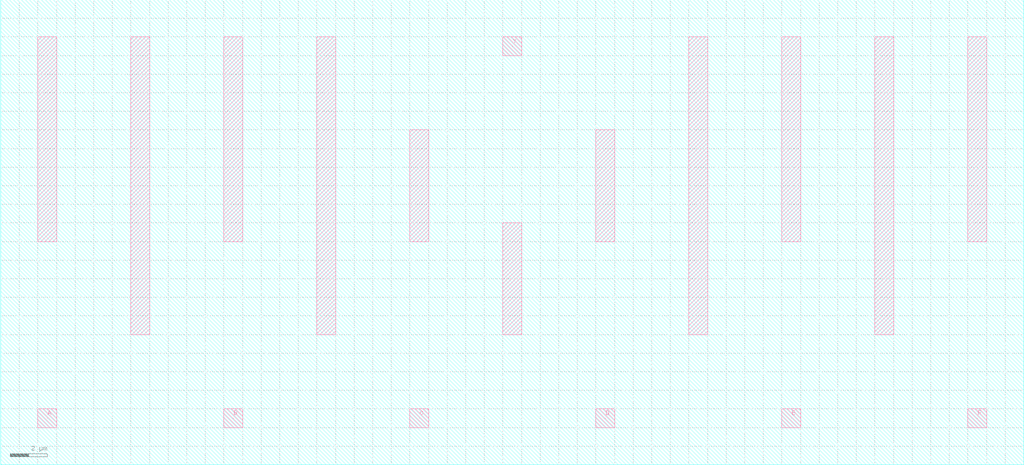
<source format=lef>
VERSION 5.6 ;
BUSBITCHARS "[]" ;
DIVIDERCHAR "/" ;

UNITS
    DATABASE MICRONS 1 ;
END UNITS

MANUFACTURINGGRID 5 ;
PROPERTYDEFINITIONS
    LAYER LEF57_SPACING STRING ;
    LAYER LEF57_MINSTEP STRING ;
END PROPERTYDEFINITIONS

LAYER M1
    TYPE ROUTING ;
    DIRECTION HORIZONTAL ;
    PITCH 5 ;
    WIDTH 1 ;
    SPACING 8.07 ;
    AREA 8.07 ; # 1xmin_space wire is minarea (signifying a dot - needed for vias)

    PROPERTY LEF57_SPACING "SPACING 8.07 ENDOFLINE 5 WITHIN 5 PARALLELEDGE 5 WITHIN 5 ;" ;
END M1

LAYER M2
    TYPE ROUTING ;
    DIRECTION VERTICAL ;
    PITCH 5 ;
    WIDTH 1 ;
    SPACING 8.07 ;
    AREA 8.07 ; # 1xmin_space wire is minarea (signifying a dot - needed for vias)

    PROPERTY LEF57_SPACING "SPACING 8.07 ENDOFLINE 5 WITHIN 5 PARALLELEDGE 5 WITHIN 5 ;" ;
END M2

LAYER M3
    TYPE ROUTING ;
    DIRECTION HORIZONTAL ;
    PITCH 5 ;
    WIDTH 1 ;
    SPACING 8.07 ;
    AREA 8.07 ; # 1xmin_space wire is minarea (signifying a dot - needed for vias)

    PROPERTY LEF57_SPACING "SPACING 8.07 ENDOFLINE 5 WITHIN 5 PARALLELEDGE 5 WITHIN 5 ;" ;
END M3

LAYER M4
    TYPE ROUTING ;
    DIRECTION VERTICAL ;
    PITCH 5 ;
    WIDTH 1 ;
    SPACING 8.07 ;
    AREA 8.07 ; # 1xmin_space wire is minarea (signifying a dot - needed for vias)

    PROPERTY LEF57_SPACING "SPACING 8.07 ENDOFLINE 5 WITHIN 5 PARALLELEDGE 5 WITHIN 5 ;" ;
END M4

LAYER M5
    TYPE ROUTING ;
    DIRECTION HORIZONTAL ;
    PITCH 5 ;
    WIDTH 1 ;
    SPACING 8.07 ;
    AREA 8.07 ; # 1xmin_space wire is minarea (signifying a dot - needed for vias)

    PROPERTY LEF57_SPACING "SPACING 8.07 ENDOFLINE 5 WITHIN 5 PARALLELEDGE 5 WITHIN 5 ;" ;
END M5

LAYER M6
    TYPE ROUTING ;
    DIRECTION VERTICAL ;
    PITCH 5 ;
    WIDTH 1 ;
    SPACING 8.07 ;
    AREA 8.07 ; # 1xmin_space wire is minarea (signifying a dot - needed for vias)

    PROPERTY LEF57_SPACING "SPACING 8.07 ENDOFLINE 5 WITHIN 5 PARALLELEDGE 5 WITHIN 5 ;" ;
END M6

LAYER M7
    TYPE ROUTING ;
    DIRECTION HORIZONTAL ;
    PITCH 5 ;
    WIDTH 1 ;
    SPACING 8.07 ;
    AREA 8.07 ; # 1xmin_space wire is minarea (signifying a dot - needed for vias)

    PROPERTY LEF57_SPACING "SPACING 8.07 ENDOFLINE 5 WITHIN 5 PARALLELEDGE 5 WITHIN 5 ;" ;
END M7

LAYER M8
    TYPE ROUTING ;
    DIRECTION VERTICAL ;
    PITCH 5 ;
    WIDTH 1 ;
    SPACING 8.07 ;
    AREA 8.07 ; # 1xmin_space wire is minarea (signifying a dot - needed for vias)

    PROPERTY LEF57_SPACING "SPACING 8.07 ENDOFLINE 5 WITHIN 5 PARALLELEDGE 5 WITHIN 5 ;" ;
END M8

LAYER M9
    TYPE ROUTING ;
    DIRECTION HORIZONTAL ;
    PITCH 5 ;
    WIDTH 1 ;
    SPACING 8.07 ;
    AREA 8.07 ; # 1xmin_space wire is minarea (signifying a dot - needed for vias)

    PROPERTY LEF57_SPACING "SPACING 8.07 ENDOFLINE 5 WITHIN 5 PARALLELEDGE 5 WITHIN 5 ;" ;
END M9

LAYER VIA1
    TYPE CUT ;
    SPACING 8.07 ;
    PROPERTY LEF57_SPACING "SPACING 8.07 PARALLELOVERLAP ;" ;
END VIA1

LAYER VIA2
    TYPE CUT ;
    SPACING 8.07 ;
    PROPERTY LEF57_SPACING "SPACING 8.07 PARALLELOVERLAP ;" ;
END VIA2

LAYER VIA3
    TYPE CUT ;
    SPACING 8.07 ;
    PROPERTY LEF57_SPACING "SPACING 8.07 PARALLELOVERLAP ;" ;
END VIA3

LAYER VIA4
    TYPE CUT ;
    SPACING 8.07 ;
    PROPERTY LEF57_SPACING "SPACING 8.07 PARALLELOVERLAP ;" ;
END VIA4

LAYER VIA5
    TYPE CUT ;
    SPACING 8.07 ;
    PROPERTY LEF57_SPACING "SPACING 8.07 PARALLELOVERLAP ;" ;
END VIA5

LAYER VIA6
    TYPE CUT ;
    SPACING 8.07 ;
    PROPERTY LEF57_SPACING "SPACING 8.07 PARALLELOVERLAP ;" ;
END VIA6

LAYER VIA7
    TYPE CUT ;
    SPACING 8.07 ;
    PROPERTY LEF57_SPACING "SPACING 8.07 PARALLELOVERLAP ;" ;
END VIA7

LAYER VIA8
    TYPE CUT ;
    SPACING 8.07 ;
    PROPERTY LEF57_SPACING "SPACING 8.07 PARALLELOVERLAP ;" ;
END VIA8

VIA VIA12 DEFAULT
    LAYER M2 ;
        RECT -8.07 -8.07 8.07 8.07 ;
    LAYER VIA1 ;
        RECT -1 -1 1 1 ;
    LAYER M1 ;
        RECT -8.07 -8.07 8.07 8.07 ;
END VIA12

VIA VIA23 DEFAULT
    LAYER M3 ;
        RECT -8.07 -8.07 8.07 8.07 ;
    LAYER VIA2 ;
        RECT -1 -1 1 1 ;
    LAYER M2 ;
        RECT -8.07 -8.07 8.07 8.07 ;
END VIA23

VIA VIA34 DEFAULT
    LAYER M4 ;
        RECT -8.07 -8.07 8.07 8.07 ;
    LAYER VIA3 ;
        RECT -1 -1 1 1 ;
    LAYER M3 ;
        RECT -8.07 -8.07 8.07 8.07 ;
END VIA34

VIA VIA45 DEFAULT
    LAYER M5 ;
        RECT -8.07 -8.07 8.07 8.07 ;
    LAYER VIA4 ;
        RECT -1 -1 1 1 ;
    LAYER M4 ;
        RECT -8.07 -8.07 8.07 8.07 ;
END VIA45

VIA VIA56 DEFAULT
    LAYER M6 ;
        RECT -8.07 -8.07 8.07 8.07 ;
    LAYER VIA5 ;
        RECT -1 -1 1 1 ;
    LAYER M5 ;
        RECT -8.07 -8.07 8.07 8.07 ;
END VIA56

VIA VIA67 DEFAULT
    LAYER M7 ;
        RECT -8.07 -8.07 8.07 8.07 ;
    LAYER VIA6 ;
        RECT -1 -1 1 1 ;
    LAYER M6 ;
        RECT -8.07 -8.07 8.07 8.07 ;
END VIA67

VIA VIA78 DEFAULT
    LAYER M8 ;
        RECT -8.07 -8.07 8.07 8.07 ;
    LAYER VIA7 ;
        RECT -1 -1 1 1 ;
    LAYER M7 ;
        RECT -8.07 -8.07 8.07 8.07 ;
END VIA78

VIA VIA89 DEFAULT
    LAYER M9 ;
        RECT -8.07 -8.07 8.07 8.07 ;
    LAYER VIA8 ;
        RECT -1 -1 1 1 ;
    LAYER M8 ;
        RECT -8.07 -8.07 8.07 8.07 ;
END VIA89

SITE mc_site
    SIZE 1 BY 1 ;
    CLASS CORE ;
    SYMMETRY Y ;
END mc_site

MACRO INV
    CLASS CORE ;
    ORIGIN 0 0 ;
    FOREIGN INV ;
    SIZE 15 BY 15 ;
    SYMMETRY X Y ;
    SITE mc_site ;

    PIN A
        DIRECTION INPUT ;
        PORT 
        LAYER M1 ;
        RECT 7.0 2.0 8.0 3.0 ;
        END
    END A

    PIN Y
        DIRECTION OUTPUT ;
        PORT 
        LAYER M1 ;
        RECT 7.0 12.0 8.0 13.0 ;
        END
    END Y

	OBS
		LAYER M1 ;
RECT 2.0 7.0 3.0 8.0 ;
RECT 12.0 7.0 13.0 8.0 ;
	END
END INV

MACRO NAND2
    CLASS CORE ;
    ORIGIN 0 0 ;
    FOREIGN NAND2 ;
    SIZE 15 BY 15 ;
    SYMMETRY X Y ;
    SITE mc_site ;

    PIN A
        DIRECTION INPUT ;
        PORT 
        LAYER M1 ;
        RECT 2.0 2.0 3.0 3.0 ;
        END
    END A

    PIN B
        DIRECTION INPUT ;
        PORT 
        LAYER M1 ;
        RECT 12.0 2.0 13.0 3.0 ;
        END
    END B

    PIN Y
        DIRECTION OUTPUT ;
        PORT 
        LAYER M1 ;
        RECT 7.0 12.0 8.0 13.0 ;
        END
    END Y

	OBS
		LAYER M1 ;
	END
END NAND2

MACRO OR2
    CLASS CORE ;
    ORIGIN 0 0 ;
    FOREIGN OR2 ;
    SIZE 15 BY 15 ;
    SYMMETRY X Y ;
    SITE mc_site ;

    PIN A
        DIRECTION INPUT ;
        PORT 
        LAYER M1 ;
        RECT 2.0 2.0 3.0 3.0 ;
        END
    END A

    PIN B
        DIRECTION INPUT ;
        PORT 
        LAYER M1 ;
        RECT 12.0 2.0 13.0 3.0 ;
        END
    END B

    PIN Y
        DIRECTION OUTPUT ;
        PORT 
        LAYER M1 ;
        RECT 7.0 12.0 8.0 13.0 ;
        END
    END Y

	OBS
		LAYER M1 ;
	END
END OR2

MACRO OR2_1
    CLASS CORE ;
    ORIGIN 0 0 ;
    FOREIGN OR2_1 ;
    SIZE 15 BY 25 ;
    SYMMETRY X Y ;
    SITE mc_site ;

    PIN A
        DIRECTION INPUT ;
        PORT 
        LAYER M1 ;
        RECT 2.0 2.0 3.0 3.0 ;
        END
    END A

    PIN B
        DIRECTION INPUT ;
        PORT 
        LAYER M1 ;
        RECT 12.0 2.0 13.0 3.0 ;
        END
    END B

    PIN Y
        DIRECTION OUTPUT ;
        PORT 
        LAYER M1 ;
        RECT 2.0 22.0 3.0 23.0 ;
        END
    END Y

	OBS
		LAYER M1 ;
RECT 2.0 12.0 3.0 13.0 ;
RECT 7.0 7.0 8.0 18.0 ;
RECT 12.0 12.0 13.0 23.0 ;
	END
END OR2_1

MACRO NOR2_0
    CLASS CORE ;
    ORIGIN 0 0 ;
    FOREIGN NOR2_0 ;
    SIZE 15 BY 25 ;
    SYMMETRY X Y ;
    SITE mc_site ;

    PIN A
        DIRECTION INPUT ;
        PORT 
        LAYER M1 ;
        RECT 2.0 2.0 3.0 3.0 ;
        END
    END A

    PIN B
        DIRECTION INPUT ;
        PORT 
        LAYER M1 ;
        RECT 12.0 2.0 13.0 3.0 ;
        END
    END B

    PIN Y
        DIRECTION OUTPUT ;
        PORT 
        LAYER M1 ;
        RECT 7.0 22.0 8.0 23.0 ;
        END
    END Y

	OBS
		LAYER M1 ;
RECT 2.0 12.0 3.0 18.0 ;
RECT 7.0 7.0 8.0 13.0 ;
RECT 12.0 12.0 13.0 18.0 ;
	END
END NOR2_0

MACRO NOR2_1
    CLASS CORE ;
    ORIGIN 0 0 ;
    FOREIGN NOR2_1 ;
    SIZE 15 BY 25 ;
    SYMMETRY X Y ;
    SITE mc_site ;

    PIN A
        DIRECTION INPUT ;
        PORT 
        LAYER M1 ;
        RECT 2.0 2.0 3.0 3.0 ;
        END
    END A

    PIN B
        DIRECTION INPUT ;
        PORT 
        LAYER M1 ;
        RECT 12.0 2.0 13.0 3.0 ;
        END
    END B

    PIN Y
        DIRECTION OUTPUT ;
        PORT 
        LAYER M1 ;
        RECT 7.0 22.0 8.0 23.0 ;
        END
    END Y

	OBS
		LAYER M1 ;
RECT 2.0 12.0 3.0 18.0 ;
RECT 7.0 7.0 8.0 13.0 ;
RECT 12.0 12.0 13.0 18.0 ;
	END
END NOR2_1

MACRO OR3
    CLASS CORE ;
    ORIGIN 0 0 ;
    FOREIGN OR3 ;
    SIZE 25 BY 15 ;
    SYMMETRY X Y ;
    SITE mc_site ;

    PIN A
        DIRECTION INPUT ;
        PORT 
        LAYER M1 ;
        RECT 2.0 2.0 3.0 3.0 ;
        END
    END A

    PIN B
        DIRECTION INPUT ;
        PORT 
        LAYER M1 ;
        RECT 12.0 2.0 13.0 3.0 ;
        END
    END B

    PIN C
        DIRECTION INPUT ;
        PORT 
        LAYER M1 ;
        RECT 22.0 2.0 23.0 3.0 ;
        END
    END C

    PIN Y
        DIRECTION OUTPUT ;
        PORT 
        LAYER M1 ;
        RECT 7.0 12.0 8.0 13.0 ;
        END
    END Y

	OBS
		LAYER M1 ;
RECT 17.0 7.0 18.0 13.0 ;
RECT 22.0 12.0 23.0 13.0 ;
	END
END OR3

MACRO OR3_1
    CLASS CORE ;
    ORIGIN 0 0 ;
    FOREIGN OR3_1 ;
    SIZE 25 BY 25 ;
    SYMMETRY X Y ;
    SITE mc_site ;

    PIN A
        DIRECTION INPUT ;
        PORT 
        LAYER M1 ;
        RECT 2.0 2.0 3.0 3.0 ;
        END
    END A

    PIN B
        DIRECTION INPUT ;
        PORT 
        LAYER M1 ;
        RECT 12.0 2.0 13.0 3.0 ;
        END
    END B

    PIN C
        DIRECTION INPUT ;
        PORT 
        LAYER M1 ;
        RECT 22.0 2.0 23.0 3.0 ;
        END
    END C

    PIN Y
        DIRECTION OUTPUT ;
        PORT 
        LAYER M1 ;
        RECT 2.0 22.0 3.0 23.0 ;
        END
    END Y

	OBS
		LAYER M1 ;
RECT 2.0 12.0 3.0 13.0 ;
RECT 7.0 7.0 8.0 18.0 ;
RECT 12.0 12.0 13.0 23.0 ;
RECT 17.0 7.0 18.0 23.0 ;
RECT 22.0 12.0 23.0 23.0 ;
	END
END OR3_1

MACRO OR3_2
    CLASS CORE ;
    ORIGIN 0 0 ;
    FOREIGN OR3_2 ;
    SIZE 25 BY 25 ;
    SYMMETRY X Y ;
    SITE mc_site ;

    PIN A
        DIRECTION INPUT ;
        PORT 
        LAYER M1 ;
        RECT 2.0 2.0 3.0 3.0 ;
        END
    END A

    PIN B
        DIRECTION INPUT ;
        PORT 
        LAYER M1 ;
        RECT 12.0 2.0 13.0 3.0 ;
        END
    END B

    PIN C
        DIRECTION INPUT ;
        PORT 
        LAYER M1 ;
        RECT 22.0 2.0 23.0 3.0 ;
        END
    END C

    PIN Y
        DIRECTION OUTPUT ;
        PORT 
        LAYER M1 ;
        RECT 2.0 22.0 3.0 23.0 ;
        END
    END Y

	OBS
		LAYER M1 ;
RECT 2.0 12.0 3.0 13.0 ;
RECT 7.0 7.0 8.0 18.0 ;
RECT 12.0 12.0 13.0 23.0 ;
RECT 17.0 7.0 18.0 23.0 ;
RECT 22.0 12.0 23.0 23.0 ;
	END
END OR3_2

MACRO NOR3_0
    CLASS CORE ;
    ORIGIN 0 0 ;
    FOREIGN NOR3_0 ;
    SIZE 25 BY 25 ;
    SYMMETRY X Y ;
    SITE mc_site ;

    PIN A
        DIRECTION INPUT ;
        PORT 
        LAYER M1 ;
        RECT 2.0 2.0 3.0 3.0 ;
        END
    END A

    PIN B
        DIRECTION INPUT ;
        PORT 
        LAYER M1 ;
        RECT 12.0 2.0 13.0 3.0 ;
        END
    END B

    PIN C
        DIRECTION INPUT ;
        PORT 
        LAYER M1 ;
        RECT 22.0 2.0 23.0 3.0 ;
        END
    END C

    PIN Y
        DIRECTION OUTPUT ;
        PORT 
        LAYER M1 ;
        RECT 7.0 22.0 8.0 23.0 ;
        END
    END Y

	OBS
		LAYER M1 ;
RECT 2.0 12.0 3.0 18.0 ;
RECT 7.0 7.0 8.0 13.0 ;
RECT 12.0 12.0 13.0 18.0 ;
RECT 17.0 7.0 18.0 23.0 ;
RECT 22.0 12.0 23.0 23.0 ;
	END
END NOR3_0

MACRO NOR3_1
    CLASS CORE ;
    ORIGIN 0 0 ;
    FOREIGN NOR3_1 ;
    SIZE 25 BY 25 ;
    SYMMETRY X Y ;
    SITE mc_site ;

    PIN A
        DIRECTION INPUT ;
        PORT 
        LAYER M1 ;
        RECT 2.0 2.0 3.0 3.0 ;
        END
    END A

    PIN B
        DIRECTION INPUT ;
        PORT 
        LAYER M1 ;
        RECT 12.0 2.0 13.0 3.0 ;
        END
    END B

    PIN C
        DIRECTION INPUT ;
        PORT 
        LAYER M1 ;
        RECT 22.0 2.0 23.0 3.0 ;
        END
    END C

    PIN Y
        DIRECTION OUTPUT ;
        PORT 
        LAYER M1 ;
        RECT 7.0 22.0 8.0 23.0 ;
        END
    END Y

	OBS
		LAYER M1 ;
RECT 2.0 12.0 3.0 18.0 ;
RECT 7.0 7.0 8.0 13.0 ;
RECT 12.0 12.0 13.0 18.0 ;
RECT 17.0 7.0 18.0 23.0 ;
RECT 22.0 12.0 23.0 23.0 ;
	END
END NOR3_1

MACRO NOR3_2
    CLASS CORE ;
    ORIGIN 0 0 ;
    FOREIGN NOR3_2 ;
    SIZE 25 BY 25 ;
    SYMMETRY X Y ;
    SITE mc_site ;

    PIN A
        DIRECTION INPUT ;
        PORT 
        LAYER M1 ;
        RECT 2.0 2.0 3.0 3.0 ;
        END
    END A

    PIN B
        DIRECTION INPUT ;
        PORT 
        LAYER M1 ;
        RECT 12.0 2.0 13.0 3.0 ;
        END
    END B

    PIN C
        DIRECTION INPUT ;
        PORT 
        LAYER M1 ;
        RECT 22.0 2.0 23.0 3.0 ;
        END
    END C

    PIN Y
        DIRECTION OUTPUT ;
        PORT 
        LAYER M1 ;
        RECT 7.0 22.0 8.0 23.0 ;
        END
    END Y

	OBS
		LAYER M1 ;
RECT 2.0 12.0 3.0 18.0 ;
RECT 7.0 7.0 8.0 13.0 ;
RECT 12.0 12.0 13.0 18.0 ;
RECT 17.0 7.0 18.0 23.0 ;
RECT 22.0 12.0 23.0 23.0 ;
	END
END NOR3_2

MACRO OR4
    CLASS CORE ;
    ORIGIN 0 0 ;
    FOREIGN OR4 ;
    SIZE 35 BY 15 ;
    SYMMETRY X Y ;
    SITE mc_site ;

    PIN A
        DIRECTION INPUT ;
        PORT 
        LAYER M1 ;
        RECT 2.0 2.0 3.0 3.0 ;
        END
    END A

    PIN B
        DIRECTION INPUT ;
        PORT 
        LAYER M1 ;
        RECT 12.0 2.0 13.0 3.0 ;
        END
    END B

    PIN C
        DIRECTION INPUT ;
        PORT 
        LAYER M1 ;
        RECT 22.0 2.0 23.0 3.0 ;
        END
    END C

    PIN D
        DIRECTION INPUT ;
        PORT 
        LAYER M1 ;
        RECT 32.0 2.0 33.0 3.0 ;
        END
    END D

    PIN Y
        DIRECTION OUTPUT ;
        PORT 
        LAYER M1 ;
        RECT 7.0 12.0 8.0 13.0 ;
        END
    END Y

	OBS
		LAYER M1 ;
RECT 17.0 7.0 18.0 13.0 ;
RECT 22.0 12.0 23.0 13.0 ;
RECT 27.0 7.0 28.0 13.0 ;
RECT 32.0 12.0 33.0 13.0 ;
	END
END OR4

MACRO OR4_1
    CLASS CORE ;
    ORIGIN 0 0 ;
    FOREIGN OR4_1 ;
    SIZE 35 BY 25 ;
    SYMMETRY X Y ;
    SITE mc_site ;

    PIN A
        DIRECTION INPUT ;
        PORT 
        LAYER M1 ;
        RECT 2.0 2.0 3.0 3.0 ;
        END
    END A

    PIN B
        DIRECTION INPUT ;
        PORT 
        LAYER M1 ;
        RECT 12.0 2.0 13.0 3.0 ;
        END
    END B

    PIN C
        DIRECTION INPUT ;
        PORT 
        LAYER M1 ;
        RECT 22.0 2.0 23.0 3.0 ;
        END
    END C

    PIN D
        DIRECTION INPUT ;
        PORT 
        LAYER M1 ;
        RECT 32.0 2.0 33.0 3.0 ;
        END
    END D

    PIN Y
        DIRECTION OUTPUT ;
        PORT 
        LAYER M1 ;
        RECT 2.0 22.0 3.0 23.0 ;
        END
    END Y

	OBS
		LAYER M1 ;
RECT 2.0 12.0 3.0 13.0 ;
RECT 7.0 7.0 8.0 18.0 ;
RECT 12.0 12.0 13.0 23.0 ;
RECT 17.0 7.0 18.0 23.0 ;
RECT 22.0 12.0 23.0 23.0 ;
RECT 27.0 7.0 28.0 23.0 ;
RECT 32.0 12.0 33.0 23.0 ;
	END
END OR4_1

MACRO OR4_2
    CLASS CORE ;
    ORIGIN 0 0 ;
    FOREIGN OR4_2 ;
    SIZE 35 BY 25 ;
    SYMMETRY X Y ;
    SITE mc_site ;

    PIN A
        DIRECTION INPUT ;
        PORT 
        LAYER M1 ;
        RECT 2.0 2.0 3.0 3.0 ;
        END
    END A

    PIN B
        DIRECTION INPUT ;
        PORT 
        LAYER M1 ;
        RECT 12.0 2.0 13.0 3.0 ;
        END
    END B

    PIN C
        DIRECTION INPUT ;
        PORT 
        LAYER M1 ;
        RECT 22.0 2.0 23.0 3.0 ;
        END
    END C

    PIN D
        DIRECTION INPUT ;
        PORT 
        LAYER M1 ;
        RECT 32.0 2.0 33.0 3.0 ;
        END
    END D

    PIN Y
        DIRECTION OUTPUT ;
        PORT 
        LAYER M1 ;
        RECT 2.0 22.0 3.0 23.0 ;
        END
    END Y

	OBS
		LAYER M1 ;
RECT 2.0 12.0 3.0 13.0 ;
RECT 7.0 7.0 8.0 18.0 ;
RECT 12.0 12.0 13.0 23.0 ;
RECT 17.0 7.0 18.0 23.0 ;
RECT 22.0 12.0 23.0 23.0 ;
RECT 27.0 7.0 28.0 23.0 ;
RECT 32.0 12.0 33.0 23.0 ;
	END
END OR4_2

MACRO OR4_3
    CLASS CORE ;
    ORIGIN 0 0 ;
    FOREIGN OR4_3 ;
    SIZE 35 BY 25 ;
    SYMMETRY X Y ;
    SITE mc_site ;

    PIN A
        DIRECTION INPUT ;
        PORT 
        LAYER M1 ;
        RECT 2.0 2.0 3.0 3.0 ;
        END
    END A

    PIN B
        DIRECTION INPUT ;
        PORT 
        LAYER M1 ;
        RECT 12.0 2.0 13.0 3.0 ;
        END
    END B

    PIN C
        DIRECTION INPUT ;
        PORT 
        LAYER M1 ;
        RECT 22.0 2.0 23.0 3.0 ;
        END
    END C

    PIN D
        DIRECTION INPUT ;
        PORT 
        LAYER M1 ;
        RECT 32.0 2.0 33.0 3.0 ;
        END
    END D

    PIN Y
        DIRECTION OUTPUT ;
        PORT 
        LAYER M1 ;
        RECT 2.0 22.0 3.0 23.0 ;
        END
    END Y

	OBS
		LAYER M1 ;
RECT 2.0 12.0 3.0 13.0 ;
RECT 7.0 7.0 8.0 18.0 ;
RECT 12.0 12.0 13.0 23.0 ;
RECT 17.0 7.0 18.0 23.0 ;
RECT 22.0 12.0 23.0 23.0 ;
RECT 27.0 7.0 28.0 23.0 ;
RECT 32.0 12.0 33.0 23.0 ;
	END
END OR4_3

MACRO NOR4_0
    CLASS CORE ;
    ORIGIN 0 0 ;
    FOREIGN NOR4_0 ;
    SIZE 35 BY 25 ;
    SYMMETRY X Y ;
    SITE mc_site ;

    PIN A
        DIRECTION INPUT ;
        PORT 
        LAYER M1 ;
        RECT 2.0 2.0 3.0 3.0 ;
        END
    END A

    PIN B
        DIRECTION INPUT ;
        PORT 
        LAYER M1 ;
        RECT 12.0 2.0 13.0 3.0 ;
        END
    END B

    PIN C
        DIRECTION INPUT ;
        PORT 
        LAYER M1 ;
        RECT 22.0 2.0 23.0 3.0 ;
        END
    END C

    PIN D
        DIRECTION INPUT ;
        PORT 
        LAYER M1 ;
        RECT 32.0 2.0 33.0 3.0 ;
        END
    END D

    PIN Y
        DIRECTION OUTPUT ;
        PORT 
        LAYER M1 ;
        RECT 17.0 22.0 18.0 23.0 ;
        END
    END Y

	OBS
		LAYER M1 ;
RECT 2.0 12.0 3.0 23.0 ;
RECT 7.0 7.0 8.0 23.0 ;
RECT 12.0 12.0 13.0 18.0 ;
RECT 17.0 7.0 18.0 13.0 ;
RECT 22.0 12.0 23.0 18.0 ;
RECT 27.0 7.0 28.0 23.0 ;
RECT 32.0 12.0 33.0 23.0 ;
	END
END NOR4_0

MACRO NOR4_1
    CLASS CORE ;
    ORIGIN 0 0 ;
    FOREIGN NOR4_1 ;
    SIZE 35 BY 25 ;
    SYMMETRY X Y ;
    SITE mc_site ;

    PIN A
        DIRECTION INPUT ;
        PORT 
        LAYER M1 ;
        RECT 2.0 2.0 3.0 3.0 ;
        END
    END A

    PIN B
        DIRECTION INPUT ;
        PORT 
        LAYER M1 ;
        RECT 12.0 2.0 13.0 3.0 ;
        END
    END B

    PIN C
        DIRECTION INPUT ;
        PORT 
        LAYER M1 ;
        RECT 22.0 2.0 23.0 3.0 ;
        END
    END C

    PIN D
        DIRECTION INPUT ;
        PORT 
        LAYER M1 ;
        RECT 32.0 2.0 33.0 3.0 ;
        END
    END D

    PIN Y
        DIRECTION OUTPUT ;
        PORT 
        LAYER M1 ;
        RECT 17.0 22.0 18.0 23.0 ;
        END
    END Y

	OBS
		LAYER M1 ;
RECT 2.0 12.0 3.0 23.0 ;
RECT 7.0 7.0 8.0 23.0 ;
RECT 12.0 12.0 13.0 18.0 ;
RECT 17.0 7.0 18.0 13.0 ;
RECT 22.0 12.0 23.0 18.0 ;
RECT 27.0 7.0 28.0 23.0 ;
RECT 32.0 12.0 33.0 23.0 ;
	END
END NOR4_1

MACRO NOR4_2
    CLASS CORE ;
    ORIGIN 0 0 ;
    FOREIGN NOR4_2 ;
    SIZE 35 BY 25 ;
    SYMMETRY X Y ;
    SITE mc_site ;

    PIN A
        DIRECTION INPUT ;
        PORT 
        LAYER M1 ;
        RECT 2.0 2.0 3.0 3.0 ;
        END
    END A

    PIN B
        DIRECTION INPUT ;
        PORT 
        LAYER M1 ;
        RECT 12.0 2.0 13.0 3.0 ;
        END
    END B

    PIN C
        DIRECTION INPUT ;
        PORT 
        LAYER M1 ;
        RECT 22.0 2.0 23.0 3.0 ;
        END
    END C

    PIN D
        DIRECTION INPUT ;
        PORT 
        LAYER M1 ;
        RECT 32.0 2.0 33.0 3.0 ;
        END
    END D

    PIN Y
        DIRECTION OUTPUT ;
        PORT 
        LAYER M1 ;
        RECT 17.0 22.0 18.0 23.0 ;
        END
    END Y

	OBS
		LAYER M1 ;
RECT 2.0 12.0 3.0 23.0 ;
RECT 7.0 7.0 8.0 23.0 ;
RECT 12.0 12.0 13.0 18.0 ;
RECT 17.0 7.0 18.0 13.0 ;
RECT 22.0 12.0 23.0 18.0 ;
RECT 27.0 7.0 28.0 23.0 ;
RECT 32.0 12.0 33.0 23.0 ;
	END
END NOR4_2

MACRO NOR4_3
    CLASS CORE ;
    ORIGIN 0 0 ;
    FOREIGN NOR4_3 ;
    SIZE 35 BY 25 ;
    SYMMETRY X Y ;
    SITE mc_site ;

    PIN A
        DIRECTION INPUT ;
        PORT 
        LAYER M1 ;
        RECT 2.0 2.0 3.0 3.0 ;
        END
    END A

    PIN B
        DIRECTION INPUT ;
        PORT 
        LAYER M1 ;
        RECT 12.0 2.0 13.0 3.0 ;
        END
    END B

    PIN C
        DIRECTION INPUT ;
        PORT 
        LAYER M1 ;
        RECT 22.0 2.0 23.0 3.0 ;
        END
    END C

    PIN D
        DIRECTION INPUT ;
        PORT 
        LAYER M1 ;
        RECT 32.0 2.0 33.0 3.0 ;
        END
    END D

    PIN Y
        DIRECTION OUTPUT ;
        PORT 
        LAYER M1 ;
        RECT 17.0 22.0 18.0 23.0 ;
        END
    END Y

	OBS
		LAYER M1 ;
RECT 2.0 12.0 3.0 23.0 ;
RECT 7.0 7.0 8.0 23.0 ;
RECT 12.0 12.0 13.0 18.0 ;
RECT 17.0 7.0 18.0 13.0 ;
RECT 22.0 12.0 23.0 18.0 ;
RECT 27.0 7.0 28.0 23.0 ;
RECT 32.0 12.0 33.0 23.0 ;
	END
END NOR4_3

MACRO OR5
    CLASS CORE ;
    ORIGIN 0 0 ;
    FOREIGN OR5 ;
    SIZE 45 BY 15 ;
    SYMMETRY X Y ;
    SITE mc_site ;

    PIN A
        DIRECTION INPUT ;
        PORT 
        LAYER M1 ;
        RECT 2.0 2.0 3.0 3.0 ;
        END
    END A

    PIN B
        DIRECTION INPUT ;
        PORT 
        LAYER M1 ;
        RECT 12.0 2.0 13.0 3.0 ;
        END
    END B

    PIN C
        DIRECTION INPUT ;
        PORT 
        LAYER M1 ;
        RECT 22.0 2.0 23.0 3.0 ;
        END
    END C

    PIN D
        DIRECTION INPUT ;
        PORT 
        LAYER M1 ;
        RECT 32.0 2.0 33.0 3.0 ;
        END
    END D

    PIN E
        DIRECTION INPUT ;
        PORT 
        LAYER M1 ;
        RECT 42.0 2.0 43.0 3.0 ;
        END
    END E

    PIN Y
        DIRECTION OUTPUT ;
        PORT 
        LAYER M1 ;
        RECT 7.0 12.0 8.0 13.0 ;
        END
    END Y

	OBS
		LAYER M1 ;
RECT 17.0 7.0 18.0 13.0 ;
RECT 22.0 12.0 23.0 13.0 ;
RECT 27.0 7.0 28.0 13.0 ;
RECT 32.0 12.0 33.0 13.0 ;
RECT 37.0 7.0 38.0 13.0 ;
RECT 42.0 12.0 43.0 13.0 ;
	END
END OR5

MACRO OR5_1
    CLASS CORE ;
    ORIGIN 0 0 ;
    FOREIGN OR5_1 ;
    SIZE 45 BY 25 ;
    SYMMETRY X Y ;
    SITE mc_site ;

    PIN A
        DIRECTION INPUT ;
        PORT 
        LAYER M1 ;
        RECT 2.0 2.0 3.0 3.0 ;
        END
    END A

    PIN B
        DIRECTION INPUT ;
        PORT 
        LAYER M1 ;
        RECT 12.0 2.0 13.0 3.0 ;
        END
    END B

    PIN C
        DIRECTION INPUT ;
        PORT 
        LAYER M1 ;
        RECT 22.0 2.0 23.0 3.0 ;
        END
    END C

    PIN D
        DIRECTION INPUT ;
        PORT 
        LAYER M1 ;
        RECT 32.0 2.0 33.0 3.0 ;
        END
    END D

    PIN E
        DIRECTION INPUT ;
        PORT 
        LAYER M1 ;
        RECT 42.0 2.0 43.0 3.0 ;
        END
    END E

    PIN Y
        DIRECTION OUTPUT ;
        PORT 
        LAYER M1 ;
        RECT 2.0 22.0 3.0 23.0 ;
        END
    END Y

	OBS
		LAYER M1 ;
RECT 2.0 12.0 3.0 13.0 ;
RECT 7.0 7.0 8.0 18.0 ;
RECT 12.0 12.0 13.0 23.0 ;
RECT 17.0 7.0 18.0 23.0 ;
RECT 22.0 12.0 23.0 23.0 ;
RECT 27.0 7.0 28.0 23.0 ;
RECT 32.0 12.0 33.0 23.0 ;
RECT 37.0 7.0 38.0 23.0 ;
RECT 42.0 12.0 43.0 23.0 ;
	END
END OR5_1

MACRO OR5_2
    CLASS CORE ;
    ORIGIN 0 0 ;
    FOREIGN OR5_2 ;
    SIZE 45 BY 25 ;
    SYMMETRY X Y ;
    SITE mc_site ;

    PIN A
        DIRECTION INPUT ;
        PORT 
        LAYER M1 ;
        RECT 2.0 2.0 3.0 3.0 ;
        END
    END A

    PIN B
        DIRECTION INPUT ;
        PORT 
        LAYER M1 ;
        RECT 12.0 2.0 13.0 3.0 ;
        END
    END B

    PIN C
        DIRECTION INPUT ;
        PORT 
        LAYER M1 ;
        RECT 22.0 2.0 23.0 3.0 ;
        END
    END C

    PIN D
        DIRECTION INPUT ;
        PORT 
        LAYER M1 ;
        RECT 32.0 2.0 33.0 3.0 ;
        END
    END D

    PIN E
        DIRECTION INPUT ;
        PORT 
        LAYER M1 ;
        RECT 42.0 2.0 43.0 3.0 ;
        END
    END E

    PIN Y
        DIRECTION OUTPUT ;
        PORT 
        LAYER M1 ;
        RECT 2.0 22.0 3.0 23.0 ;
        END
    END Y

	OBS
		LAYER M1 ;
RECT 2.0 12.0 3.0 13.0 ;
RECT 7.0 7.0 8.0 18.0 ;
RECT 12.0 12.0 13.0 23.0 ;
RECT 17.0 7.0 18.0 23.0 ;
RECT 22.0 12.0 23.0 23.0 ;
RECT 27.0 7.0 28.0 23.0 ;
RECT 32.0 12.0 33.0 23.0 ;
RECT 37.0 7.0 38.0 23.0 ;
RECT 42.0 12.0 43.0 23.0 ;
	END
END OR5_2

MACRO OR5_3
    CLASS CORE ;
    ORIGIN 0 0 ;
    FOREIGN OR5_3 ;
    SIZE 45 BY 25 ;
    SYMMETRY X Y ;
    SITE mc_site ;

    PIN A
        DIRECTION INPUT ;
        PORT 
        LAYER M1 ;
        RECT 2.0 2.0 3.0 3.0 ;
        END
    END A

    PIN B
        DIRECTION INPUT ;
        PORT 
        LAYER M1 ;
        RECT 12.0 2.0 13.0 3.0 ;
        END
    END B

    PIN C
        DIRECTION INPUT ;
        PORT 
        LAYER M1 ;
        RECT 22.0 2.0 23.0 3.0 ;
        END
    END C

    PIN D
        DIRECTION INPUT ;
        PORT 
        LAYER M1 ;
        RECT 32.0 2.0 33.0 3.0 ;
        END
    END D

    PIN E
        DIRECTION INPUT ;
        PORT 
        LAYER M1 ;
        RECT 42.0 2.0 43.0 3.0 ;
        END
    END E

    PIN Y
        DIRECTION OUTPUT ;
        PORT 
        LAYER M1 ;
        RECT 2.0 22.0 3.0 23.0 ;
        END
    END Y

	OBS
		LAYER M1 ;
RECT 2.0 12.0 3.0 13.0 ;
RECT 7.0 7.0 8.0 18.0 ;
RECT 12.0 12.0 13.0 23.0 ;
RECT 17.0 7.0 18.0 23.0 ;
RECT 22.0 12.0 23.0 23.0 ;
RECT 27.0 7.0 28.0 23.0 ;
RECT 32.0 12.0 33.0 23.0 ;
RECT 37.0 7.0 38.0 23.0 ;
RECT 42.0 12.0 43.0 23.0 ;
	END
END OR5_3

MACRO OR5_4
    CLASS CORE ;
    ORIGIN 0 0 ;
    FOREIGN OR5_4 ;
    SIZE 45 BY 25 ;
    SYMMETRY X Y ;
    SITE mc_site ;

    PIN A
        DIRECTION INPUT ;
        PORT 
        LAYER M1 ;
        RECT 2.0 2.0 3.0 3.0 ;
        END
    END A

    PIN B
        DIRECTION INPUT ;
        PORT 
        LAYER M1 ;
        RECT 12.0 2.0 13.0 3.0 ;
        END
    END B

    PIN C
        DIRECTION INPUT ;
        PORT 
        LAYER M1 ;
        RECT 22.0 2.0 23.0 3.0 ;
        END
    END C

    PIN D
        DIRECTION INPUT ;
        PORT 
        LAYER M1 ;
        RECT 32.0 2.0 33.0 3.0 ;
        END
    END D

    PIN E
        DIRECTION INPUT ;
        PORT 
        LAYER M1 ;
        RECT 42.0 2.0 43.0 3.0 ;
        END
    END E

    PIN Y
        DIRECTION OUTPUT ;
        PORT 
        LAYER M1 ;
        RECT 2.0 22.0 3.0 23.0 ;
        END
    END Y

	OBS
		LAYER M1 ;
RECT 2.0 12.0 3.0 13.0 ;
RECT 7.0 7.0 8.0 18.0 ;
RECT 12.0 12.0 13.0 23.0 ;
RECT 17.0 7.0 18.0 23.0 ;
RECT 22.0 12.0 23.0 23.0 ;
RECT 27.0 7.0 28.0 23.0 ;
RECT 32.0 12.0 33.0 23.0 ;
RECT 37.0 7.0 38.0 23.0 ;
RECT 42.0 12.0 43.0 23.0 ;
	END
END OR5_4

MACRO NOR5_0
    CLASS CORE ;
    ORIGIN 0 0 ;
    FOREIGN NOR5_0 ;
    SIZE 45 BY 25 ;
    SYMMETRY X Y ;
    SITE mc_site ;

    PIN A
        DIRECTION INPUT ;
        PORT 
        LAYER M1 ;
        RECT 2.0 2.0 3.0 3.0 ;
        END
    END A

    PIN B
        DIRECTION INPUT ;
        PORT 
        LAYER M1 ;
        RECT 12.0 2.0 13.0 3.0 ;
        END
    END B

    PIN C
        DIRECTION INPUT ;
        PORT 
        LAYER M1 ;
        RECT 22.0 2.0 23.0 3.0 ;
        END
    END C

    PIN D
        DIRECTION INPUT ;
        PORT 
        LAYER M1 ;
        RECT 32.0 2.0 33.0 3.0 ;
        END
    END D

    PIN E
        DIRECTION INPUT ;
        PORT 
        LAYER M1 ;
        RECT 42.0 2.0 43.0 3.0 ;
        END
    END E

    PIN Y
        DIRECTION OUTPUT ;
        PORT 
        LAYER M1 ;
        RECT 17.0 22.0 18.0 23.0 ;
        END
    END Y

	OBS
		LAYER M1 ;
RECT 2.0 12.0 3.0 23.0 ;
RECT 7.0 7.0 8.0 23.0 ;
RECT 12.0 12.0 13.0 18.0 ;
RECT 17.0 7.0 18.0 13.0 ;
RECT 22.0 12.0 23.0 18.0 ;
RECT 27.0 7.0 28.0 23.0 ;
RECT 32.0 12.0 33.0 23.0 ;
RECT 37.0 7.0 38.0 23.0 ;
RECT 42.0 12.0 43.0 23.0 ;
	END
END NOR5_0

MACRO NOR5_1
    CLASS CORE ;
    ORIGIN 0 0 ;
    FOREIGN NOR5_1 ;
    SIZE 45 BY 25 ;
    SYMMETRY X Y ;
    SITE mc_site ;

    PIN A
        DIRECTION INPUT ;
        PORT 
        LAYER M1 ;
        RECT 2.0 2.0 3.0 3.0 ;
        END
    END A

    PIN B
        DIRECTION INPUT ;
        PORT 
        LAYER M1 ;
        RECT 12.0 2.0 13.0 3.0 ;
        END
    END B

    PIN C
        DIRECTION INPUT ;
        PORT 
        LAYER M1 ;
        RECT 22.0 2.0 23.0 3.0 ;
        END
    END C

    PIN D
        DIRECTION INPUT ;
        PORT 
        LAYER M1 ;
        RECT 32.0 2.0 33.0 3.0 ;
        END
    END D

    PIN E
        DIRECTION INPUT ;
        PORT 
        LAYER M1 ;
        RECT 42.0 2.0 43.0 3.0 ;
        END
    END E

    PIN Y
        DIRECTION OUTPUT ;
        PORT 
        LAYER M1 ;
        RECT 17.0 22.0 18.0 23.0 ;
        END
    END Y

	OBS
		LAYER M1 ;
RECT 2.0 12.0 3.0 23.0 ;
RECT 7.0 7.0 8.0 23.0 ;
RECT 12.0 12.0 13.0 18.0 ;
RECT 17.0 7.0 18.0 13.0 ;
RECT 22.0 12.0 23.0 18.0 ;
RECT 27.0 7.0 28.0 23.0 ;
RECT 32.0 12.0 33.0 23.0 ;
RECT 37.0 7.0 38.0 23.0 ;
RECT 42.0 12.0 43.0 23.0 ;
	END
END NOR5_1

MACRO NOR5_2
    CLASS CORE ;
    ORIGIN 0 0 ;
    FOREIGN NOR5_2 ;
    SIZE 45 BY 25 ;
    SYMMETRY X Y ;
    SITE mc_site ;

    PIN A
        DIRECTION INPUT ;
        PORT 
        LAYER M1 ;
        RECT 2.0 2.0 3.0 3.0 ;
        END
    END A

    PIN B
        DIRECTION INPUT ;
        PORT 
        LAYER M1 ;
        RECT 12.0 2.0 13.0 3.0 ;
        END
    END B

    PIN C
        DIRECTION INPUT ;
        PORT 
        LAYER M1 ;
        RECT 22.0 2.0 23.0 3.0 ;
        END
    END C

    PIN D
        DIRECTION INPUT ;
        PORT 
        LAYER M1 ;
        RECT 32.0 2.0 33.0 3.0 ;
        END
    END D

    PIN E
        DIRECTION INPUT ;
        PORT 
        LAYER M1 ;
        RECT 42.0 2.0 43.0 3.0 ;
        END
    END E

    PIN Y
        DIRECTION OUTPUT ;
        PORT 
        LAYER M1 ;
        RECT 17.0 22.0 18.0 23.0 ;
        END
    END Y

	OBS
		LAYER M1 ;
RECT 2.0 12.0 3.0 23.0 ;
RECT 7.0 7.0 8.0 23.0 ;
RECT 12.0 12.0 13.0 18.0 ;
RECT 17.0 7.0 18.0 13.0 ;
RECT 22.0 12.0 23.0 18.0 ;
RECT 27.0 7.0 28.0 23.0 ;
RECT 32.0 12.0 33.0 23.0 ;
RECT 37.0 7.0 38.0 23.0 ;
RECT 42.0 12.0 43.0 23.0 ;
	END
END NOR5_2

MACRO NOR5_3
    CLASS CORE ;
    ORIGIN 0 0 ;
    FOREIGN NOR5_3 ;
    SIZE 45 BY 25 ;
    SYMMETRY X Y ;
    SITE mc_site ;

    PIN A
        DIRECTION INPUT ;
        PORT 
        LAYER M1 ;
        RECT 2.0 2.0 3.0 3.0 ;
        END
    END A

    PIN B
        DIRECTION INPUT ;
        PORT 
        LAYER M1 ;
        RECT 12.0 2.0 13.0 3.0 ;
        END
    END B

    PIN C
        DIRECTION INPUT ;
        PORT 
        LAYER M1 ;
        RECT 22.0 2.0 23.0 3.0 ;
        END
    END C

    PIN D
        DIRECTION INPUT ;
        PORT 
        LAYER M1 ;
        RECT 32.0 2.0 33.0 3.0 ;
        END
    END D

    PIN E
        DIRECTION INPUT ;
        PORT 
        LAYER M1 ;
        RECT 42.0 2.0 43.0 3.0 ;
        END
    END E

    PIN Y
        DIRECTION OUTPUT ;
        PORT 
        LAYER M1 ;
        RECT 17.0 22.0 18.0 23.0 ;
        END
    END Y

	OBS
		LAYER M1 ;
RECT 2.0 12.0 3.0 23.0 ;
RECT 7.0 7.0 8.0 23.0 ;
RECT 12.0 12.0 13.0 18.0 ;
RECT 17.0 7.0 18.0 13.0 ;
RECT 22.0 12.0 23.0 18.0 ;
RECT 27.0 7.0 28.0 23.0 ;
RECT 32.0 12.0 33.0 23.0 ;
RECT 37.0 7.0 38.0 23.0 ;
RECT 42.0 12.0 43.0 23.0 ;
	END
END NOR5_3

MACRO NOR5_4
    CLASS CORE ;
    ORIGIN 0 0 ;
    FOREIGN NOR5_4 ;
    SIZE 45 BY 25 ;
    SYMMETRY X Y ;
    SITE mc_site ;

    PIN A
        DIRECTION INPUT ;
        PORT 
        LAYER M1 ;
        RECT 2.0 2.0 3.0 3.0 ;
        END
    END A

    PIN B
        DIRECTION INPUT ;
        PORT 
        LAYER M1 ;
        RECT 12.0 2.0 13.0 3.0 ;
        END
    END B

    PIN C
        DIRECTION INPUT ;
        PORT 
        LAYER M1 ;
        RECT 22.0 2.0 23.0 3.0 ;
        END
    END C

    PIN D
        DIRECTION INPUT ;
        PORT 
        LAYER M1 ;
        RECT 32.0 2.0 33.0 3.0 ;
        END
    END D

    PIN E
        DIRECTION INPUT ;
        PORT 
        LAYER M1 ;
        RECT 42.0 2.0 43.0 3.0 ;
        END
    END E

    PIN Y
        DIRECTION OUTPUT ;
        PORT 
        LAYER M1 ;
        RECT 17.0 22.0 18.0 23.0 ;
        END
    END Y

	OBS
		LAYER M1 ;
RECT 2.0 12.0 3.0 23.0 ;
RECT 7.0 7.0 8.0 23.0 ;
RECT 12.0 12.0 13.0 18.0 ;
RECT 17.0 7.0 18.0 13.0 ;
RECT 22.0 12.0 23.0 18.0 ;
RECT 27.0 7.0 28.0 23.0 ;
RECT 32.0 12.0 33.0 23.0 ;
RECT 37.0 7.0 38.0 23.0 ;
RECT 42.0 12.0 43.0 23.0 ;
	END
END NOR5_4

MACRO OR6
    CLASS CORE ;
    ORIGIN 0 0 ;
    FOREIGN OR6 ;
    SIZE 55 BY 15 ;
    SYMMETRY X Y ;
    SITE mc_site ;

    PIN A
        DIRECTION INPUT ;
        PORT 
        LAYER M1 ;
        RECT 2.0 2.0 3.0 3.0 ;
        END
    END A

    PIN B
        DIRECTION INPUT ;
        PORT 
        LAYER M1 ;
        RECT 12.0 2.0 13.0 3.0 ;
        END
    END B

    PIN C
        DIRECTION INPUT ;
        PORT 
        LAYER M1 ;
        RECT 22.0 2.0 23.0 3.0 ;
        END
    END C

    PIN D
        DIRECTION INPUT ;
        PORT 
        LAYER M1 ;
        RECT 32.0 2.0 33.0 3.0 ;
        END
    END D

    PIN E
        DIRECTION INPUT ;
        PORT 
        LAYER M1 ;
        RECT 42.0 2.0 43.0 3.0 ;
        END
    END E

    PIN F
        DIRECTION INPUT ;
        PORT 
        LAYER M1 ;
        RECT 52.0 2.0 53.0 3.0 ;
        END
    END F

    PIN Y
        DIRECTION OUTPUT ;
        PORT 
        LAYER M1 ;
        RECT 7.0 12.0 8.0 13.0 ;
        END
    END Y

	OBS
		LAYER M1 ;
RECT 17.0 7.0 18.0 13.0 ;
RECT 22.0 12.0 23.0 13.0 ;
RECT 27.0 7.0 28.0 13.0 ;
RECT 32.0 12.0 33.0 13.0 ;
RECT 37.0 7.0 38.0 13.0 ;
RECT 42.0 12.0 43.0 13.0 ;
RECT 47.0 7.0 48.0 13.0 ;
RECT 52.0 12.0 53.0 13.0 ;
	END
END OR6

MACRO OR6_1
    CLASS CORE ;
    ORIGIN 0 0 ;
    FOREIGN OR6_1 ;
    SIZE 55 BY 25 ;
    SYMMETRY X Y ;
    SITE mc_site ;

    PIN A
        DIRECTION INPUT ;
        PORT 
        LAYER M1 ;
        RECT 2.0 2.0 3.0 3.0 ;
        END
    END A

    PIN B
        DIRECTION INPUT ;
        PORT 
        LAYER M1 ;
        RECT 12.0 2.0 13.0 3.0 ;
        END
    END B

    PIN C
        DIRECTION INPUT ;
        PORT 
        LAYER M1 ;
        RECT 22.0 2.0 23.0 3.0 ;
        END
    END C

    PIN D
        DIRECTION INPUT ;
        PORT 
        LAYER M1 ;
        RECT 32.0 2.0 33.0 3.0 ;
        END
    END D

    PIN E
        DIRECTION INPUT ;
        PORT 
        LAYER M1 ;
        RECT 42.0 2.0 43.0 3.0 ;
        END
    END E

    PIN F
        DIRECTION INPUT ;
        PORT 
        LAYER M1 ;
        RECT 52.0 2.0 53.0 3.0 ;
        END
    END F

    PIN Y
        DIRECTION OUTPUT ;
        PORT 
        LAYER M1 ;
        RECT 2.0 22.0 3.0 23.0 ;
        END
    END Y

	OBS
		LAYER M1 ;
RECT 2.0 12.0 3.0 13.0 ;
RECT 7.0 7.0 8.0 18.0 ;
RECT 12.0 12.0 13.0 23.0 ;
RECT 17.0 7.0 18.0 23.0 ;
RECT 22.0 12.0 23.0 23.0 ;
RECT 27.0 7.0 28.0 23.0 ;
RECT 32.0 12.0 33.0 23.0 ;
RECT 37.0 7.0 38.0 23.0 ;
RECT 42.0 12.0 43.0 23.0 ;
RECT 47.0 7.0 48.0 23.0 ;
RECT 52.0 12.0 53.0 23.0 ;
	END
END OR6_1

MACRO OR6_2
    CLASS CORE ;
    ORIGIN 0 0 ;
    FOREIGN OR6_2 ;
    SIZE 55 BY 25 ;
    SYMMETRY X Y ;
    SITE mc_site ;

    PIN A
        DIRECTION INPUT ;
        PORT 
        LAYER M1 ;
        RECT 2.0 2.0 3.0 3.0 ;
        END
    END A

    PIN B
        DIRECTION INPUT ;
        PORT 
        LAYER M1 ;
        RECT 12.0 2.0 13.0 3.0 ;
        END
    END B

    PIN C
        DIRECTION INPUT ;
        PORT 
        LAYER M1 ;
        RECT 22.0 2.0 23.0 3.0 ;
        END
    END C

    PIN D
        DIRECTION INPUT ;
        PORT 
        LAYER M1 ;
        RECT 32.0 2.0 33.0 3.0 ;
        END
    END D

    PIN E
        DIRECTION INPUT ;
        PORT 
        LAYER M1 ;
        RECT 42.0 2.0 43.0 3.0 ;
        END
    END E

    PIN F
        DIRECTION INPUT ;
        PORT 
        LAYER M1 ;
        RECT 52.0 2.0 53.0 3.0 ;
        END
    END F

    PIN Y
        DIRECTION OUTPUT ;
        PORT 
        LAYER M1 ;
        RECT 2.0 22.0 3.0 23.0 ;
        END
    END Y

	OBS
		LAYER M1 ;
RECT 2.0 12.0 3.0 13.0 ;
RECT 7.0 7.0 8.0 18.0 ;
RECT 12.0 12.0 13.0 23.0 ;
RECT 17.0 7.0 18.0 23.0 ;
RECT 22.0 12.0 23.0 23.0 ;
RECT 27.0 7.0 28.0 23.0 ;
RECT 32.0 12.0 33.0 23.0 ;
RECT 37.0 7.0 38.0 23.0 ;
RECT 42.0 12.0 43.0 23.0 ;
RECT 47.0 7.0 48.0 23.0 ;
RECT 52.0 12.0 53.0 23.0 ;
	END
END OR6_2

MACRO OR6_3
    CLASS CORE ;
    ORIGIN 0 0 ;
    FOREIGN OR6_3 ;
    SIZE 55 BY 25 ;
    SYMMETRY X Y ;
    SITE mc_site ;

    PIN A
        DIRECTION INPUT ;
        PORT 
        LAYER M1 ;
        RECT 2.0 2.0 3.0 3.0 ;
        END
    END A

    PIN B
        DIRECTION INPUT ;
        PORT 
        LAYER M1 ;
        RECT 12.0 2.0 13.0 3.0 ;
        END
    END B

    PIN C
        DIRECTION INPUT ;
        PORT 
        LAYER M1 ;
        RECT 22.0 2.0 23.0 3.0 ;
        END
    END C

    PIN D
        DIRECTION INPUT ;
        PORT 
        LAYER M1 ;
        RECT 32.0 2.0 33.0 3.0 ;
        END
    END D

    PIN E
        DIRECTION INPUT ;
        PORT 
        LAYER M1 ;
        RECT 42.0 2.0 43.0 3.0 ;
        END
    END E

    PIN F
        DIRECTION INPUT ;
        PORT 
        LAYER M1 ;
        RECT 52.0 2.0 53.0 3.0 ;
        END
    END F

    PIN Y
        DIRECTION OUTPUT ;
        PORT 
        LAYER M1 ;
        RECT 2.0 22.0 3.0 23.0 ;
        END
    END Y

	OBS
		LAYER M1 ;
RECT 2.0 12.0 3.0 13.0 ;
RECT 7.0 7.0 8.0 18.0 ;
RECT 12.0 12.0 13.0 23.0 ;
RECT 17.0 7.0 18.0 23.0 ;
RECT 22.0 12.0 23.0 23.0 ;
RECT 27.0 7.0 28.0 23.0 ;
RECT 32.0 12.0 33.0 23.0 ;
RECT 37.0 7.0 38.0 23.0 ;
RECT 42.0 12.0 43.0 23.0 ;
RECT 47.0 7.0 48.0 23.0 ;
RECT 52.0 12.0 53.0 23.0 ;
	END
END OR6_3

MACRO OR6_4
    CLASS CORE ;
    ORIGIN 0 0 ;
    FOREIGN OR6_4 ;
    SIZE 55 BY 25 ;
    SYMMETRY X Y ;
    SITE mc_site ;

    PIN A
        DIRECTION INPUT ;
        PORT 
        LAYER M1 ;
        RECT 2.0 2.0 3.0 3.0 ;
        END
    END A

    PIN B
        DIRECTION INPUT ;
        PORT 
        LAYER M1 ;
        RECT 12.0 2.0 13.0 3.0 ;
        END
    END B

    PIN C
        DIRECTION INPUT ;
        PORT 
        LAYER M1 ;
        RECT 22.0 2.0 23.0 3.0 ;
        END
    END C

    PIN D
        DIRECTION INPUT ;
        PORT 
        LAYER M1 ;
        RECT 32.0 2.0 33.0 3.0 ;
        END
    END D

    PIN E
        DIRECTION INPUT ;
        PORT 
        LAYER M1 ;
        RECT 42.0 2.0 43.0 3.0 ;
        END
    END E

    PIN F
        DIRECTION INPUT ;
        PORT 
        LAYER M1 ;
        RECT 52.0 2.0 53.0 3.0 ;
        END
    END F

    PIN Y
        DIRECTION OUTPUT ;
        PORT 
        LAYER M1 ;
        RECT 2.0 22.0 3.0 23.0 ;
        END
    END Y

	OBS
		LAYER M1 ;
RECT 2.0 12.0 3.0 13.0 ;
RECT 7.0 7.0 8.0 18.0 ;
RECT 12.0 12.0 13.0 23.0 ;
RECT 17.0 7.0 18.0 23.0 ;
RECT 22.0 12.0 23.0 23.0 ;
RECT 27.0 7.0 28.0 23.0 ;
RECT 32.0 12.0 33.0 23.0 ;
RECT 37.0 7.0 38.0 23.0 ;
RECT 42.0 12.0 43.0 23.0 ;
RECT 47.0 7.0 48.0 23.0 ;
RECT 52.0 12.0 53.0 23.0 ;
	END
END OR6_4

MACRO OR6_5
    CLASS CORE ;
    ORIGIN 0 0 ;
    FOREIGN OR6_5 ;
    SIZE 55 BY 25 ;
    SYMMETRY X Y ;
    SITE mc_site ;

    PIN A
        DIRECTION INPUT ;
        PORT 
        LAYER M1 ;
        RECT 2.0 2.0 3.0 3.0 ;
        END
    END A

    PIN B
        DIRECTION INPUT ;
        PORT 
        LAYER M1 ;
        RECT 12.0 2.0 13.0 3.0 ;
        END
    END B

    PIN C
        DIRECTION INPUT ;
        PORT 
        LAYER M1 ;
        RECT 22.0 2.0 23.0 3.0 ;
        END
    END C

    PIN D
        DIRECTION INPUT ;
        PORT 
        LAYER M1 ;
        RECT 32.0 2.0 33.0 3.0 ;
        END
    END D

    PIN E
        DIRECTION INPUT ;
        PORT 
        LAYER M1 ;
        RECT 42.0 2.0 43.0 3.0 ;
        END
    END E

    PIN F
        DIRECTION INPUT ;
        PORT 
        LAYER M1 ;
        RECT 52.0 2.0 53.0 3.0 ;
        END
    END F

    PIN Y
        DIRECTION OUTPUT ;
        PORT 
        LAYER M1 ;
        RECT 2.0 22.0 3.0 23.0 ;
        END
    END Y

	OBS
		LAYER M1 ;
RECT 2.0 12.0 3.0 13.0 ;
RECT 7.0 7.0 8.0 18.0 ;
RECT 12.0 12.0 13.0 23.0 ;
RECT 17.0 7.0 18.0 23.0 ;
RECT 22.0 12.0 23.0 23.0 ;
RECT 27.0 7.0 28.0 23.0 ;
RECT 32.0 12.0 33.0 23.0 ;
RECT 37.0 7.0 38.0 23.0 ;
RECT 42.0 12.0 43.0 23.0 ;
RECT 47.0 7.0 48.0 23.0 ;
RECT 52.0 12.0 53.0 23.0 ;
	END
END OR6_5

MACRO NOR6_0
    CLASS CORE ;
    ORIGIN 0 0 ;
    FOREIGN NOR6_0 ;
    SIZE 55 BY 25 ;
    SYMMETRY X Y ;
    SITE mc_site ;

    PIN A
        DIRECTION INPUT ;
        PORT 
        LAYER M1 ;
        RECT 2.0 2.0 3.0 3.0 ;
        END
    END A

    PIN B
        DIRECTION INPUT ;
        PORT 
        LAYER M1 ;
        RECT 12.0 2.0 13.0 3.0 ;
        END
    END B

    PIN C
        DIRECTION INPUT ;
        PORT 
        LAYER M1 ;
        RECT 22.0 2.0 23.0 3.0 ;
        END
    END C

    PIN D
        DIRECTION INPUT ;
        PORT 
        LAYER M1 ;
        RECT 32.0 2.0 33.0 3.0 ;
        END
    END D

    PIN E
        DIRECTION INPUT ;
        PORT 
        LAYER M1 ;
        RECT 42.0 2.0 43.0 3.0 ;
        END
    END E

    PIN F
        DIRECTION INPUT ;
        PORT 
        LAYER M1 ;
        RECT 52.0 2.0 53.0 3.0 ;
        END
    END F

    PIN Y
        DIRECTION OUTPUT ;
        PORT 
        LAYER M1 ;
        RECT 27.0 22.0 28.0 23.0 ;
        END
    END Y

	OBS
		LAYER M1 ;
RECT 2.0 12.0 3.0 23.0 ;
RECT 7.0 7.0 8.0 23.0 ;
RECT 12.0 12.0 13.0 23.0 ;
RECT 17.0 7.0 18.0 23.0 ;
RECT 22.0 12.0 23.0 18.0 ;
RECT 27.0 7.0 28.0 13.0 ;
RECT 32.0 12.0 33.0 18.0 ;
RECT 37.0 7.0 38.0 23.0 ;
RECT 42.0 12.0 43.0 23.0 ;
RECT 47.0 7.0 48.0 23.0 ;
RECT 52.0 12.0 53.0 23.0 ;
	END
END NOR6_0

MACRO NOR6_1
    CLASS CORE ;
    ORIGIN 0 0 ;
    FOREIGN NOR6_1 ;
    SIZE 55 BY 25 ;
    SYMMETRY X Y ;
    SITE mc_site ;

    PIN A
        DIRECTION INPUT ;
        PORT 
        LAYER M1 ;
        RECT 2.0 2.0 3.0 3.0 ;
        END
    END A

    PIN B
        DIRECTION INPUT ;
        PORT 
        LAYER M1 ;
        RECT 12.0 2.0 13.0 3.0 ;
        END
    END B

    PIN C
        DIRECTION INPUT ;
        PORT 
        LAYER M1 ;
        RECT 22.0 2.0 23.0 3.0 ;
        END
    END C

    PIN D
        DIRECTION INPUT ;
        PORT 
        LAYER M1 ;
        RECT 32.0 2.0 33.0 3.0 ;
        END
    END D

    PIN E
        DIRECTION INPUT ;
        PORT 
        LAYER M1 ;
        RECT 42.0 2.0 43.0 3.0 ;
        END
    END E

    PIN F
        DIRECTION INPUT ;
        PORT 
        LAYER M1 ;
        RECT 52.0 2.0 53.0 3.0 ;
        END
    END F

    PIN Y
        DIRECTION OUTPUT ;
        PORT 
        LAYER M1 ;
        RECT 27.0 22.0 28.0 23.0 ;
        END
    END Y

	OBS
		LAYER M1 ;
RECT 2.0 12.0 3.0 23.0 ;
RECT 7.0 7.0 8.0 23.0 ;
RECT 12.0 12.0 13.0 23.0 ;
RECT 17.0 7.0 18.0 23.0 ;
RECT 22.0 12.0 23.0 18.0 ;
RECT 27.0 7.0 28.0 13.0 ;
RECT 32.0 12.0 33.0 18.0 ;
RECT 37.0 7.0 38.0 23.0 ;
RECT 42.0 12.0 43.0 23.0 ;
RECT 47.0 7.0 48.0 23.0 ;
RECT 52.0 12.0 53.0 23.0 ;
	END
END NOR6_1

MACRO NOR6_2
    CLASS CORE ;
    ORIGIN 0 0 ;
    FOREIGN NOR6_2 ;
    SIZE 55 BY 25 ;
    SYMMETRY X Y ;
    SITE mc_site ;

    PIN A
        DIRECTION INPUT ;
        PORT 
        LAYER M1 ;
        RECT 2.0 2.0 3.0 3.0 ;
        END
    END A

    PIN B
        DIRECTION INPUT ;
        PORT 
        LAYER M1 ;
        RECT 12.0 2.0 13.0 3.0 ;
        END
    END B

    PIN C
        DIRECTION INPUT ;
        PORT 
        LAYER M1 ;
        RECT 22.0 2.0 23.0 3.0 ;
        END
    END C

    PIN D
        DIRECTION INPUT ;
        PORT 
        LAYER M1 ;
        RECT 32.0 2.0 33.0 3.0 ;
        END
    END D

    PIN E
        DIRECTION INPUT ;
        PORT 
        LAYER M1 ;
        RECT 42.0 2.0 43.0 3.0 ;
        END
    END E

    PIN F
        DIRECTION INPUT ;
        PORT 
        LAYER M1 ;
        RECT 52.0 2.0 53.0 3.0 ;
        END
    END F

    PIN Y
        DIRECTION OUTPUT ;
        PORT 
        LAYER M1 ;
        RECT 27.0 22.0 28.0 23.0 ;
        END
    END Y

	OBS
		LAYER M1 ;
RECT 2.0 12.0 3.0 23.0 ;
RECT 7.0 7.0 8.0 23.0 ;
RECT 12.0 12.0 13.0 23.0 ;
RECT 17.0 7.0 18.0 23.0 ;
RECT 22.0 12.0 23.0 18.0 ;
RECT 27.0 7.0 28.0 13.0 ;
RECT 32.0 12.0 33.0 18.0 ;
RECT 37.0 7.0 38.0 23.0 ;
RECT 42.0 12.0 43.0 23.0 ;
RECT 47.0 7.0 48.0 23.0 ;
RECT 52.0 12.0 53.0 23.0 ;
	END
END NOR6_2

MACRO NOR6_3
    CLASS CORE ;
    ORIGIN 0 0 ;
    FOREIGN NOR6_3 ;
    SIZE 55 BY 25 ;
    SYMMETRY X Y ;
    SITE mc_site ;

    PIN A
        DIRECTION INPUT ;
        PORT 
        LAYER M1 ;
        RECT 2.0 2.0 3.0 3.0 ;
        END
    END A

    PIN B
        DIRECTION INPUT ;
        PORT 
        LAYER M1 ;
        RECT 12.0 2.0 13.0 3.0 ;
        END
    END B

    PIN C
        DIRECTION INPUT ;
        PORT 
        LAYER M1 ;
        RECT 22.0 2.0 23.0 3.0 ;
        END
    END C

    PIN D
        DIRECTION INPUT ;
        PORT 
        LAYER M1 ;
        RECT 32.0 2.0 33.0 3.0 ;
        END
    END D

    PIN E
        DIRECTION INPUT ;
        PORT 
        LAYER M1 ;
        RECT 42.0 2.0 43.0 3.0 ;
        END
    END E

    PIN F
        DIRECTION INPUT ;
        PORT 
        LAYER M1 ;
        RECT 52.0 2.0 53.0 3.0 ;
        END
    END F

    PIN Y
        DIRECTION OUTPUT ;
        PORT 
        LAYER M1 ;
        RECT 27.0 22.0 28.0 23.0 ;
        END
    END Y

	OBS
		LAYER M1 ;
RECT 2.0 12.0 3.0 23.0 ;
RECT 7.0 7.0 8.0 23.0 ;
RECT 12.0 12.0 13.0 23.0 ;
RECT 17.0 7.0 18.0 23.0 ;
RECT 22.0 12.0 23.0 18.0 ;
RECT 27.0 7.0 28.0 13.0 ;
RECT 32.0 12.0 33.0 18.0 ;
RECT 37.0 7.0 38.0 23.0 ;
RECT 42.0 12.0 43.0 23.0 ;
RECT 47.0 7.0 48.0 23.0 ;
RECT 52.0 12.0 53.0 23.0 ;
	END
END NOR6_3

MACRO NOR6_4
    CLASS CORE ;
    ORIGIN 0 0 ;
    FOREIGN NOR6_4 ;
    SIZE 55 BY 25 ;
    SYMMETRY X Y ;
    SITE mc_site ;

    PIN A
        DIRECTION INPUT ;
        PORT 
        LAYER M1 ;
        RECT 2.0 2.0 3.0 3.0 ;
        END
    END A

    PIN B
        DIRECTION INPUT ;
        PORT 
        LAYER M1 ;
        RECT 12.0 2.0 13.0 3.0 ;
        END
    END B

    PIN C
        DIRECTION INPUT ;
        PORT 
        LAYER M1 ;
        RECT 22.0 2.0 23.0 3.0 ;
        END
    END C

    PIN D
        DIRECTION INPUT ;
        PORT 
        LAYER M1 ;
        RECT 32.0 2.0 33.0 3.0 ;
        END
    END D

    PIN E
        DIRECTION INPUT ;
        PORT 
        LAYER M1 ;
        RECT 42.0 2.0 43.0 3.0 ;
        END
    END E

    PIN F
        DIRECTION INPUT ;
        PORT 
        LAYER M1 ;
        RECT 52.0 2.0 53.0 3.0 ;
        END
    END F

    PIN Y
        DIRECTION OUTPUT ;
        PORT 
        LAYER M1 ;
        RECT 27.0 22.0 28.0 23.0 ;
        END
    END Y

	OBS
		LAYER M1 ;
RECT 2.0 12.0 3.0 23.0 ;
RECT 7.0 7.0 8.0 23.0 ;
RECT 12.0 12.0 13.0 23.0 ;
RECT 17.0 7.0 18.0 23.0 ;
RECT 22.0 12.0 23.0 18.0 ;
RECT 27.0 7.0 28.0 13.0 ;
RECT 32.0 12.0 33.0 18.0 ;
RECT 37.0 7.0 38.0 23.0 ;
RECT 42.0 12.0 43.0 23.0 ;
RECT 47.0 7.0 48.0 23.0 ;
RECT 52.0 12.0 53.0 23.0 ;
	END
END NOR6_4

MACRO NOR6_5
    CLASS CORE ;
    ORIGIN 0 0 ;
    FOREIGN NOR6_5 ;
    SIZE 55 BY 25 ;
    SYMMETRY X Y ;
    SITE mc_site ;

    PIN A
        DIRECTION INPUT ;
        PORT 
        LAYER M1 ;
        RECT 2.0 2.0 3.0 3.0 ;
        END
    END A

    PIN B
        DIRECTION INPUT ;
        PORT 
        LAYER M1 ;
        RECT 12.0 2.0 13.0 3.0 ;
        END
    END B

    PIN C
        DIRECTION INPUT ;
        PORT 
        LAYER M1 ;
        RECT 22.0 2.0 23.0 3.0 ;
        END
    END C

    PIN D
        DIRECTION INPUT ;
        PORT 
        LAYER M1 ;
        RECT 32.0 2.0 33.0 3.0 ;
        END
    END D

    PIN E
        DIRECTION INPUT ;
        PORT 
        LAYER M1 ;
        RECT 42.0 2.0 43.0 3.0 ;
        END
    END E

    PIN F
        DIRECTION INPUT ;
        PORT 
        LAYER M1 ;
        RECT 52.0 2.0 53.0 3.0 ;
        END
    END F

    PIN Y
        DIRECTION OUTPUT ;
        PORT 
        LAYER M1 ;
        RECT 27.0 22.0 28.0 23.0 ;
        END
    END Y

	OBS
		LAYER M1 ;
RECT 2.0 12.0 3.0 23.0 ;
RECT 7.0 7.0 8.0 23.0 ;
RECT 12.0 12.0 13.0 23.0 ;
RECT 17.0 7.0 18.0 23.0 ;
RECT 22.0 12.0 23.0 18.0 ;
RECT 27.0 7.0 28.0 13.0 ;
RECT 32.0 12.0 33.0 18.0 ;
RECT 37.0 7.0 38.0 23.0 ;
RECT 42.0 12.0 43.0 23.0 ;
RECT 47.0 7.0 48.0 23.0 ;
RECT 52.0 12.0 53.0 23.0 ;
	END
END NOR6_5

MACRO MUX2
    CLASS CORE ;
    ORIGIN 0 0 ;
    FOREIGN MUX2 ;
    SIZE 25 BY 20 ;
    SYMMETRY X Y ;
    SITE mc_site ;

    PIN S
        DIRECTION INPUT ;
        PORT 
        LAYER M1 ;
        RECT 2.0 2.0 3.0 3.0 ;
        END
    END S

    PIN B
        DIRECTION INPUT ;
        PORT 
        LAYER M1 ;
        RECT 12.0 2.0 13.0 3.0 ;
        END
    END B

    PIN A
        DIRECTION INPUT ;
        PORT 
        LAYER M1 ;
        RECT 22.0 2.0 23.0 3.0 ;
        END
    END A

    PIN Y
        DIRECTION OUTPUT ;
        PORT 
        LAYER M1 ;
        RECT 17.0 17.0 18.0 18.0 ;
        END
    END Y

	OBS
		LAYER M1 ;
RECT 2.0 12.0 3.0 18.0 ;
RECT 7.0 7.0 8.0 18.0 ;
RECT 12.0 12.0 13.0 13.0 ;
RECT 17.0 7.0 18.0 8.0 ;
RECT 22.0 12.0 23.0 13.0 ;
	END
END MUX2

MACRO BUF
    CLASS CORE ;
    ORIGIN 0 0 ;
    FOREIGN BUF ;
    SIZE 15 BY 15 ;
    SYMMETRY X Y ;
    SITE mc_site ;

    PIN A
        DIRECTION INPUT ;
        PORT 
        LAYER M1 ;
        RECT 7.0 2.0 8.0 3.0 ;
        END
    END A

    PIN Y
        DIRECTION OUTPUT ;
        PORT 
        LAYER M1 ;
        RECT 7.0 12.0 8.0 13.0 ;
        END
    END Y

	OBS
		LAYER M1 ;
RECT 2.0 7.0 3.0 8.0 ;
RECT 12.0 7.0 13.0 8.0 ;
	END
END BUF

MACRO DFF
    CLASS CORE ;
    ORIGIN 0 0 ;
    FOREIGN DFF ;
    SIZE 15 BY 20 ;
    SYMMETRY X Y ;
    SITE mc_site ;

    PIN ~
        DIRECTION OUTPUT ;
        PORT 
        LAYER M1 ;
        RECT 2.0 2.0 3.0 3.0 ;
        END
    END ~

    PIN D
        DIRECTION INPUT ;
        PORT 
        LAYER M1 ;
        RECT 12.0 2.0 13.0 3.0 ;
        END
    END D

    PIN Q
        DIRECTION OUTPUT ;
        PORT 
        LAYER M1 ;
        RECT 12.0 17.0 13.0 18.0 ;
        END
    END Q

	OBS
		LAYER M1 ;
RECT 2.0 12.0 3.0 18.0 ;
RECT 7.0 7.0 8.0 13.0 ;
	END
END DFF
END LIBRARY

</source>
